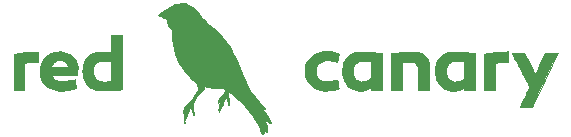
<source format=gbr>
%TF.GenerationSoftware,KiCad,Pcbnew,(6.0.7)*%
%TF.CreationDate,2022-09-05T18:40:36-05:00*%
%TF.ProjectId,Red Canary,52656420-4361-46e6-9172-792e6b696361,rev?*%
%TF.SameCoordinates,Original*%
%TF.FileFunction,Legend,Top*%
%TF.FilePolarity,Positive*%
%FSLAX46Y46*%
G04 Gerber Fmt 4.6, Leading zero omitted, Abs format (unit mm)*
G04 Created by KiCad (PCBNEW (6.0.7)) date 2022-09-05 18:40:36*
%MOMM*%
%LPD*%
G01*
G04 APERTURE LIST*
%ADD10C,0.010000*%
G04 APERTURE END LIST*
%TO.C,G\u002A\u002A\u002A*%
G36*
X172270217Y-102048016D02*
G01*
X172734442Y-102957675D01*
X172827198Y-103138958D01*
X172914269Y-103308212D01*
X172993747Y-103461796D01*
X173063727Y-103596069D01*
X173122302Y-103707392D01*
X173167567Y-103792124D01*
X173197615Y-103846624D01*
X173210540Y-103867252D01*
X173210744Y-103867334D01*
X173221894Y-103848777D01*
X173249148Y-103795601D01*
X173290699Y-103711544D01*
X173344741Y-103600342D01*
X173409466Y-103465736D01*
X173483070Y-103311462D01*
X173563744Y-103141260D01*
X173647996Y-102962459D01*
X174073172Y-102057584D01*
X174595153Y-102051922D01*
X174738761Y-102050630D01*
X174867256Y-102049983D01*
X174974934Y-102049968D01*
X175056089Y-102050572D01*
X175105014Y-102051781D01*
X175117134Y-102053117D01*
X175108247Y-102072740D01*
X175082328Y-102128265D01*
X175040485Y-102217346D01*
X174983826Y-102337637D01*
X174913461Y-102486791D01*
X174830499Y-102662463D01*
X174736048Y-102862304D01*
X174631217Y-103083970D01*
X174517115Y-103325114D01*
X174394851Y-103583389D01*
X174265534Y-103856448D01*
X174130273Y-104141947D01*
X174029129Y-104355362D01*
X172941124Y-106650750D01*
X172431045Y-106656418D01*
X172289165Y-106657307D01*
X172162462Y-106656785D01*
X172056707Y-106654982D01*
X171977672Y-106652031D01*
X171931126Y-106648064D01*
X171920967Y-106644733D01*
X171929738Y-106622538D01*
X171954822Y-106566083D01*
X171994376Y-106479350D01*
X172046556Y-106366320D01*
X172109518Y-106230977D01*
X172181420Y-106077301D01*
X172260417Y-105909274D01*
X172315570Y-105792398D01*
X172398266Y-105616927D01*
X172475065Y-105453029D01*
X172544121Y-105304711D01*
X172603592Y-105175976D01*
X172651632Y-105070829D01*
X172686398Y-104993274D01*
X172706046Y-104947316D01*
X172709836Y-104936250D01*
X172700194Y-104914520D01*
X172672397Y-104858272D01*
X172627975Y-104770469D01*
X172568455Y-104654073D01*
X172495365Y-104512046D01*
X172410234Y-104347351D01*
X172314589Y-104162950D01*
X172209958Y-103961804D01*
X172097871Y-103746876D01*
X171979854Y-103521129D01*
X171977030Y-103515734D01*
X171858576Y-103289310D01*
X171745709Y-103073332D01*
X171639992Y-102870800D01*
X171542984Y-102684718D01*
X171456248Y-102518086D01*
X171381344Y-102373907D01*
X171319834Y-102255183D01*
X171273278Y-102164915D01*
X171243238Y-102106105D01*
X171231275Y-102081756D01*
X171231250Y-102081693D01*
X171230231Y-102070940D01*
X171239573Y-102062664D01*
X171263955Y-102056552D01*
X171308056Y-102052293D01*
X171376554Y-102049574D01*
X171474128Y-102048084D01*
X171605456Y-102047510D01*
X171744077Y-102047508D01*
X172270217Y-102048016D01*
G37*
D10*
X172270217Y-102048016D02*
X172734442Y-102957675D01*
X172827198Y-103138958D01*
X172914269Y-103308212D01*
X172993747Y-103461796D01*
X173063727Y-103596069D01*
X173122302Y-103707392D01*
X173167567Y-103792124D01*
X173197615Y-103846624D01*
X173210540Y-103867252D01*
X173210744Y-103867334D01*
X173221894Y-103848777D01*
X173249148Y-103795601D01*
X173290699Y-103711544D01*
X173344741Y-103600342D01*
X173409466Y-103465736D01*
X173483070Y-103311462D01*
X173563744Y-103141260D01*
X173647996Y-102962459D01*
X174073172Y-102057584D01*
X174595153Y-102051922D01*
X174738761Y-102050630D01*
X174867256Y-102049983D01*
X174974934Y-102049968D01*
X175056089Y-102050572D01*
X175105014Y-102051781D01*
X175117134Y-102053117D01*
X175108247Y-102072740D01*
X175082328Y-102128265D01*
X175040485Y-102217346D01*
X174983826Y-102337637D01*
X174913461Y-102486791D01*
X174830499Y-102662463D01*
X174736048Y-102862304D01*
X174631217Y-103083970D01*
X174517115Y-103325114D01*
X174394851Y-103583389D01*
X174265534Y-103856448D01*
X174130273Y-104141947D01*
X174029129Y-104355362D01*
X172941124Y-106650750D01*
X172431045Y-106656418D01*
X172289165Y-106657307D01*
X172162462Y-106656785D01*
X172056707Y-106654982D01*
X171977672Y-106652031D01*
X171931126Y-106648064D01*
X171920967Y-106644733D01*
X171929738Y-106622538D01*
X171954822Y-106566083D01*
X171994376Y-106479350D01*
X172046556Y-106366320D01*
X172109518Y-106230977D01*
X172181420Y-106077301D01*
X172260417Y-105909274D01*
X172315570Y-105792398D01*
X172398266Y-105616927D01*
X172475065Y-105453029D01*
X172544121Y-105304711D01*
X172603592Y-105175976D01*
X172651632Y-105070829D01*
X172686398Y-104993274D01*
X172706046Y-104947316D01*
X172709836Y-104936250D01*
X172700194Y-104914520D01*
X172672397Y-104858272D01*
X172627975Y-104770469D01*
X172568455Y-104654073D01*
X172495365Y-104512046D01*
X172410234Y-104347351D01*
X172314589Y-104162950D01*
X172209958Y-103961804D01*
X172097871Y-103746876D01*
X171979854Y-103521129D01*
X171977030Y-103515734D01*
X171858576Y-103289310D01*
X171745709Y-103073332D01*
X171639992Y-102870800D01*
X171542984Y-102684718D01*
X171456248Y-102518086D01*
X171381344Y-102373907D01*
X171319834Y-102255183D01*
X171273278Y-102164915D01*
X171243238Y-102106105D01*
X171231275Y-102081756D01*
X171231250Y-102081693D01*
X171230231Y-102070940D01*
X171239573Y-102062664D01*
X171263955Y-102056552D01*
X171308056Y-102052293D01*
X171376554Y-102049574D01*
X171474128Y-102048084D01*
X171605456Y-102047510D01*
X171744077Y-102047508D01*
X172270217Y-102048016D01*
G36*
X162981426Y-101956699D02*
G01*
X163069344Y-101963099D01*
X163313497Y-102005953D01*
X163530783Y-102080757D01*
X163720498Y-102187009D01*
X163881937Y-102324208D01*
X164014394Y-102491852D01*
X164117166Y-102689439D01*
X164127924Y-102716306D01*
X164184447Y-102861917D01*
X164190797Y-104020792D01*
X164197148Y-105179667D01*
X163287314Y-105179667D01*
X163280849Y-104211292D01*
X163279258Y-103983104D01*
X163277679Y-103793266D01*
X163275922Y-103637794D01*
X163273797Y-103512705D01*
X163271115Y-103414016D01*
X163267684Y-103337744D01*
X163263315Y-103279904D01*
X163257819Y-103236515D01*
X163251004Y-103203592D01*
X163242681Y-103177152D01*
X163232659Y-103153213D01*
X163230106Y-103147667D01*
X163149984Y-103013378D01*
X163047227Y-102911201D01*
X162959418Y-102855585D01*
X162914716Y-102833139D01*
X162874238Y-102817514D01*
X162829100Y-102807500D01*
X162770421Y-102801890D01*
X162689318Y-102799475D01*
X162576909Y-102799048D01*
X162544134Y-102799108D01*
X162419651Y-102800582D01*
X162296529Y-102804126D01*
X162187611Y-102809239D01*
X162105744Y-102815418D01*
X162094342Y-102816668D01*
X161951467Y-102833536D01*
X161951467Y-105179667D01*
X161020134Y-105179667D01*
X161020134Y-102095256D01*
X161141842Y-102081414D01*
X161492803Y-102043352D01*
X161818457Y-102011787D01*
X162116354Y-101986872D01*
X162384047Y-101968755D01*
X162619089Y-101957587D01*
X162819031Y-101953518D01*
X162981426Y-101956699D01*
G37*
X162981426Y-101956699D02*
X163069344Y-101963099D01*
X163313497Y-102005953D01*
X163530783Y-102080757D01*
X163720498Y-102187009D01*
X163881937Y-102324208D01*
X164014394Y-102491852D01*
X164117166Y-102689439D01*
X164127924Y-102716306D01*
X164184447Y-102861917D01*
X164190797Y-104020792D01*
X164197148Y-105179667D01*
X163287314Y-105179667D01*
X163280849Y-104211292D01*
X163279258Y-103983104D01*
X163277679Y-103793266D01*
X163275922Y-103637794D01*
X163273797Y-103512705D01*
X163271115Y-103414016D01*
X163267684Y-103337744D01*
X163263315Y-103279904D01*
X163257819Y-103236515D01*
X163251004Y-103203592D01*
X163242681Y-103177152D01*
X163232659Y-103153213D01*
X163230106Y-103147667D01*
X163149984Y-103013378D01*
X163047227Y-102911201D01*
X162959418Y-102855585D01*
X162914716Y-102833139D01*
X162874238Y-102817514D01*
X162829100Y-102807500D01*
X162770421Y-102801890D01*
X162689318Y-102799475D01*
X162576909Y-102799048D01*
X162544134Y-102799108D01*
X162419651Y-102800582D01*
X162296529Y-102804126D01*
X162187611Y-102809239D01*
X162105744Y-102815418D01*
X162094342Y-102816668D01*
X161951467Y-102833536D01*
X161951467Y-105179667D01*
X161020134Y-105179667D01*
X161020134Y-102095256D01*
X161141842Y-102081414D01*
X161492803Y-102043352D01*
X161818457Y-102011787D01*
X162116354Y-101986872D01*
X162384047Y-101968755D01*
X162619089Y-101957587D01*
X162819031Y-101953518D01*
X162981426Y-101956699D01*
G36*
X155873483Y-101942305D02*
G01*
X156204023Y-101994705D01*
X156385920Y-102036239D01*
X156458623Y-102054141D01*
X156511007Y-102069957D01*
X156545244Y-102090167D01*
X156563507Y-102121249D01*
X156567967Y-102169683D01*
X156560797Y-102241947D01*
X156544169Y-102344521D01*
X156525532Y-102452666D01*
X156505381Y-102568277D01*
X156486994Y-102668605D01*
X156471753Y-102746502D01*
X156461041Y-102794818D01*
X156456961Y-102807228D01*
X156433534Y-102807346D01*
X156377071Y-102800341D01*
X156296040Y-102787438D01*
X156198907Y-102769865D01*
X156198884Y-102769861D01*
X155984934Y-102732010D01*
X155805286Y-102706914D01*
X155654040Y-102694060D01*
X155525296Y-102692934D01*
X155420164Y-102702020D01*
X155217656Y-102745179D01*
X155045785Y-102815053D01*
X154900815Y-102913648D01*
X154779009Y-103042967D01*
X154774948Y-103048301D01*
X154706810Y-103150622D01*
X154660267Y-103253411D01*
X154632100Y-103367985D01*
X154619089Y-103505663D01*
X154617217Y-103602750D01*
X154618097Y-103708667D01*
X154622211Y-103784768D01*
X154631766Y-103843556D01*
X154648971Y-103897538D01*
X154676034Y-103959216D01*
X154682629Y-103973167D01*
X154754713Y-104105472D01*
X154833478Y-104207229D01*
X154928742Y-104290106D01*
X154976313Y-104322268D01*
X155087238Y-104384144D01*
X155202504Y-104429810D01*
X155327386Y-104459570D01*
X155467162Y-104473731D01*
X155627108Y-104472597D01*
X155812501Y-104456473D01*
X156028617Y-104425664D01*
X156211046Y-104393661D01*
X156306463Y-104376967D01*
X156385762Y-104365073D01*
X156440253Y-104359149D01*
X156461017Y-104359994D01*
X156469809Y-104385853D01*
X156482619Y-104444911D01*
X156498084Y-104528378D01*
X156514841Y-104627463D01*
X156531526Y-104733375D01*
X156546778Y-104837324D01*
X156559232Y-104930519D01*
X156567526Y-105004169D01*
X156570297Y-105049485D01*
X156569316Y-105058464D01*
X156541438Y-105080881D01*
X156476245Y-105107353D01*
X156378417Y-105136594D01*
X156252635Y-105167321D01*
X156103580Y-105198248D01*
X155975072Y-105221532D01*
X155759769Y-105249327D01*
X155536616Y-105262038D01*
X155318670Y-105259639D01*
X155118988Y-105242106D01*
X155008800Y-105223354D01*
X154744460Y-105147987D01*
X154505614Y-105039625D01*
X154293720Y-104899617D01*
X154110236Y-104729311D01*
X153956620Y-104530054D01*
X153834331Y-104303195D01*
X153746622Y-104056609D01*
X153727128Y-103956056D01*
X153713871Y-103825419D01*
X153706881Y-103676490D01*
X153706192Y-103521062D01*
X153711835Y-103370927D01*
X153723841Y-103237877D01*
X153742243Y-103133705D01*
X153744119Y-103126500D01*
X153831157Y-102881409D01*
X153953079Y-102658497D01*
X154107366Y-102460553D01*
X154291495Y-102290364D01*
X154502946Y-102150716D01*
X154714988Y-102053277D01*
X154972451Y-101977526D01*
X155253891Y-101933755D01*
X155555504Y-101922002D01*
X155873483Y-101942305D01*
G37*
X155873483Y-101942305D02*
X156204023Y-101994705D01*
X156385920Y-102036239D01*
X156458623Y-102054141D01*
X156511007Y-102069957D01*
X156545244Y-102090167D01*
X156563507Y-102121249D01*
X156567967Y-102169683D01*
X156560797Y-102241947D01*
X156544169Y-102344521D01*
X156525532Y-102452666D01*
X156505381Y-102568277D01*
X156486994Y-102668605D01*
X156471753Y-102746502D01*
X156461041Y-102794818D01*
X156456961Y-102807228D01*
X156433534Y-102807346D01*
X156377071Y-102800341D01*
X156296040Y-102787438D01*
X156198907Y-102769865D01*
X156198884Y-102769861D01*
X155984934Y-102732010D01*
X155805286Y-102706914D01*
X155654040Y-102694060D01*
X155525296Y-102692934D01*
X155420164Y-102702020D01*
X155217656Y-102745179D01*
X155045785Y-102815053D01*
X154900815Y-102913648D01*
X154779009Y-103042967D01*
X154774948Y-103048301D01*
X154706810Y-103150622D01*
X154660267Y-103253411D01*
X154632100Y-103367985D01*
X154619089Y-103505663D01*
X154617217Y-103602750D01*
X154618097Y-103708667D01*
X154622211Y-103784768D01*
X154631766Y-103843556D01*
X154648971Y-103897538D01*
X154676034Y-103959216D01*
X154682629Y-103973167D01*
X154754713Y-104105472D01*
X154833478Y-104207229D01*
X154928742Y-104290106D01*
X154976313Y-104322268D01*
X155087238Y-104384144D01*
X155202504Y-104429810D01*
X155327386Y-104459570D01*
X155467162Y-104473731D01*
X155627108Y-104472597D01*
X155812501Y-104456473D01*
X156028617Y-104425664D01*
X156211046Y-104393661D01*
X156306463Y-104376967D01*
X156385762Y-104365073D01*
X156440253Y-104359149D01*
X156461017Y-104359994D01*
X156469809Y-104385853D01*
X156482619Y-104444911D01*
X156498084Y-104528378D01*
X156514841Y-104627463D01*
X156531526Y-104733375D01*
X156546778Y-104837324D01*
X156559232Y-104930519D01*
X156567526Y-105004169D01*
X156570297Y-105049485D01*
X156569316Y-105058464D01*
X156541438Y-105080881D01*
X156476245Y-105107353D01*
X156378417Y-105136594D01*
X156252635Y-105167321D01*
X156103580Y-105198248D01*
X155975072Y-105221532D01*
X155759769Y-105249327D01*
X155536616Y-105262038D01*
X155318670Y-105259639D01*
X155118988Y-105242106D01*
X155008800Y-105223354D01*
X154744460Y-105147987D01*
X154505614Y-105039625D01*
X154293720Y-104899617D01*
X154110236Y-104729311D01*
X153956620Y-104530054D01*
X153834331Y-104303195D01*
X153746622Y-104056609D01*
X153727128Y-103956056D01*
X153713871Y-103825419D01*
X153706881Y-103676490D01*
X153706192Y-103521062D01*
X153711835Y-103370927D01*
X153723841Y-103237877D01*
X153742243Y-103133705D01*
X153744119Y-103126500D01*
X153831157Y-102881409D01*
X153953079Y-102658497D01*
X154107366Y-102460553D01*
X154291495Y-102290364D01*
X154502946Y-102150716D01*
X154714988Y-102053277D01*
X154972451Y-101977526D01*
X155253891Y-101933755D01*
X155555504Y-101922002D01*
X155873483Y-101942305D01*
G36*
X170904967Y-102844581D02*
G01*
X170434009Y-102858645D01*
X170291930Y-102863371D01*
X170159643Y-102868674D01*
X170044577Y-102874184D01*
X169954163Y-102879532D01*
X169895831Y-102884351D01*
X169883675Y-102885958D01*
X169804300Y-102899206D01*
X169804300Y-105179667D01*
X168894134Y-105179667D01*
X168894134Y-103667677D01*
X168894180Y-103377795D01*
X168894368Y-103127351D01*
X168894768Y-102913447D01*
X168895449Y-102733187D01*
X168896482Y-102583674D01*
X168897938Y-102462012D01*
X168899887Y-102365305D01*
X168902400Y-102290656D01*
X168905546Y-102235168D01*
X168909397Y-102195946D01*
X168914022Y-102170092D01*
X168919493Y-102154711D01*
X168925880Y-102146905D01*
X168931175Y-102144322D01*
X168994893Y-102129499D01*
X169094755Y-102112238D01*
X169224682Y-102093205D01*
X169378599Y-102073064D01*
X169550428Y-102052480D01*
X169734094Y-102032116D01*
X169923519Y-102012638D01*
X170112627Y-101994711D01*
X170295341Y-101978998D01*
X170465585Y-101966165D01*
X170617281Y-101956875D01*
X170666842Y-101954498D01*
X170904967Y-101944110D01*
X170904967Y-102844581D01*
G37*
X170904967Y-102844581D02*
X170434009Y-102858645D01*
X170291930Y-102863371D01*
X170159643Y-102868674D01*
X170044577Y-102874184D01*
X169954163Y-102879532D01*
X169895831Y-102884351D01*
X169883675Y-102885958D01*
X169804300Y-102899206D01*
X169804300Y-105179667D01*
X168894134Y-105179667D01*
X168894134Y-103667677D01*
X168894180Y-103377795D01*
X168894368Y-103127351D01*
X168894768Y-102913447D01*
X168895449Y-102733187D01*
X168896482Y-102583674D01*
X168897938Y-102462012D01*
X168899887Y-102365305D01*
X168902400Y-102290656D01*
X168905546Y-102235168D01*
X168909397Y-102195946D01*
X168914022Y-102170092D01*
X168919493Y-102154711D01*
X168925880Y-102146905D01*
X168931175Y-102144322D01*
X168994893Y-102129499D01*
X169094755Y-102112238D01*
X169224682Y-102093205D01*
X169378599Y-102073064D01*
X169550428Y-102052480D01*
X169734094Y-102032116D01*
X169923519Y-102012638D01*
X170112627Y-101994711D01*
X170295341Y-101978998D01*
X170465585Y-101966165D01*
X170617281Y-101956875D01*
X170666842Y-101954498D01*
X170904967Y-101944110D01*
X170904967Y-102844581D01*
G36*
X156908380Y-103236631D02*
G01*
X156963461Y-102996716D01*
X157042054Y-102776093D01*
X157109150Y-102640109D01*
X157189593Y-102522832D01*
X157297615Y-102400879D01*
X157421496Y-102285308D01*
X157549514Y-102187176D01*
X157656210Y-102124060D01*
X157774676Y-102069322D01*
X157884142Y-102027526D01*
X157993312Y-101997095D01*
X158110893Y-101976448D01*
X158245588Y-101964006D01*
X158406103Y-101958190D01*
X158575384Y-101957297D01*
X158725877Y-101958542D01*
X158861433Y-101961453D01*
X158990015Y-101966619D01*
X159119586Y-101974631D01*
X159258109Y-101986076D01*
X159413546Y-102001545D01*
X159593860Y-102021628D01*
X159807016Y-102046914D01*
X159840092Y-102050922D01*
X160215800Y-102096541D01*
X160215800Y-105179667D01*
X159305634Y-105179667D01*
X159305634Y-104963843D01*
X159236842Y-105009906D01*
X159122949Y-105075907D01*
X158985720Y-105140034D01*
X158843721Y-105194381D01*
X158719372Y-105230192D01*
X158583192Y-105251180D01*
X158423643Y-105260921D01*
X158258181Y-105259371D01*
X158104262Y-105246486D01*
X158018468Y-105231967D01*
X157791301Y-105161979D01*
X157584752Y-105056514D01*
X157400713Y-104918065D01*
X157241078Y-104749123D01*
X157107743Y-104552180D01*
X157002599Y-104329727D01*
X156927542Y-104084256D01*
X156884465Y-103818258D01*
X156877862Y-103731338D01*
X156878501Y-103602750D01*
X157793475Y-103602750D01*
X157794292Y-103726909D01*
X157797498Y-103818582D01*
X157804229Y-103887599D01*
X157815618Y-103943788D01*
X157832799Y-103996978D01*
X157841609Y-104019768D01*
X157898732Y-104128299D01*
X157979970Y-104238510D01*
X158073069Y-104335582D01*
X158154257Y-104397864D01*
X158294607Y-104460558D01*
X158456039Y-104490516D01*
X158632483Y-104487482D01*
X158817866Y-104451196D01*
X158888255Y-104429032D01*
X158987806Y-104387749D01*
X159094802Y-104333220D01*
X159172251Y-104286203D01*
X159305634Y-104195753D01*
X159305634Y-102749676D01*
X159065569Y-102734677D01*
X158937184Y-102728957D01*
X158789323Y-102725903D01*
X158644782Y-102725857D01*
X158572974Y-102727297D01*
X158462309Y-102731416D01*
X158382234Y-102737475D01*
X158321007Y-102747788D01*
X158266888Y-102764665D01*
X158208135Y-102790418D01*
X158177969Y-102805069D01*
X158050888Y-102884349D01*
X157950633Y-102986614D01*
X157870700Y-103119235D01*
X157841220Y-103186771D01*
X157821526Y-103241251D01*
X157808040Y-103295084D01*
X157799637Y-103358072D01*
X157795192Y-103440019D01*
X157793579Y-103550726D01*
X157793475Y-103602750D01*
X156878501Y-103602750D01*
X156879087Y-103485088D01*
X156908380Y-103236631D01*
G37*
X156908380Y-103236631D02*
X156963461Y-102996716D01*
X157042054Y-102776093D01*
X157109150Y-102640109D01*
X157189593Y-102522832D01*
X157297615Y-102400879D01*
X157421496Y-102285308D01*
X157549514Y-102187176D01*
X157656210Y-102124060D01*
X157774676Y-102069322D01*
X157884142Y-102027526D01*
X157993312Y-101997095D01*
X158110893Y-101976448D01*
X158245588Y-101964006D01*
X158406103Y-101958190D01*
X158575384Y-101957297D01*
X158725877Y-101958542D01*
X158861433Y-101961453D01*
X158990015Y-101966619D01*
X159119586Y-101974631D01*
X159258109Y-101986076D01*
X159413546Y-102001545D01*
X159593860Y-102021628D01*
X159807016Y-102046914D01*
X159840092Y-102050922D01*
X160215800Y-102096541D01*
X160215800Y-105179667D01*
X159305634Y-105179667D01*
X159305634Y-104963843D01*
X159236842Y-105009906D01*
X159122949Y-105075907D01*
X158985720Y-105140034D01*
X158843721Y-105194381D01*
X158719372Y-105230192D01*
X158583192Y-105251180D01*
X158423643Y-105260921D01*
X158258181Y-105259371D01*
X158104262Y-105246486D01*
X158018468Y-105231967D01*
X157791301Y-105161979D01*
X157584752Y-105056514D01*
X157400713Y-104918065D01*
X157241078Y-104749123D01*
X157107743Y-104552180D01*
X157002599Y-104329727D01*
X156927542Y-104084256D01*
X156884465Y-103818258D01*
X156877862Y-103731338D01*
X156878501Y-103602750D01*
X157793475Y-103602750D01*
X157794292Y-103726909D01*
X157797498Y-103818582D01*
X157804229Y-103887599D01*
X157815618Y-103943788D01*
X157832799Y-103996978D01*
X157841609Y-104019768D01*
X157898732Y-104128299D01*
X157979970Y-104238510D01*
X158073069Y-104335582D01*
X158154257Y-104397864D01*
X158294607Y-104460558D01*
X158456039Y-104490516D01*
X158632483Y-104487482D01*
X158817866Y-104451196D01*
X158888255Y-104429032D01*
X158987806Y-104387749D01*
X159094802Y-104333220D01*
X159172251Y-104286203D01*
X159305634Y-104195753D01*
X159305634Y-102749676D01*
X159065569Y-102734677D01*
X158937184Y-102728957D01*
X158789323Y-102725903D01*
X158644782Y-102725857D01*
X158572974Y-102727297D01*
X158462309Y-102731416D01*
X158382234Y-102737475D01*
X158321007Y-102747788D01*
X158266888Y-102764665D01*
X158208135Y-102790418D01*
X158177969Y-102805069D01*
X158050888Y-102884349D01*
X157950633Y-102986614D01*
X157870700Y-103119235D01*
X157841220Y-103186771D01*
X157821526Y-103241251D01*
X157808040Y-103295084D01*
X157799637Y-103358072D01*
X157795192Y-103440019D01*
X157793579Y-103550726D01*
X157793475Y-103602750D01*
X156878501Y-103602750D01*
X156879087Y-103485088D01*
X156908380Y-103236631D01*
G36*
X131369072Y-102998428D02*
G01*
X131422984Y-102867404D01*
X131477119Y-102757281D01*
X131558980Y-102626106D01*
X131668330Y-102489433D01*
X131794011Y-102359037D01*
X131924863Y-102246692D01*
X132027248Y-102176852D01*
X132249764Y-102069439D01*
X132493440Y-101994473D01*
X132750841Y-101953189D01*
X133014531Y-101946818D01*
X133256914Y-101972962D01*
X133510599Y-102035636D01*
X133738821Y-102129680D01*
X133939733Y-102253185D01*
X134111488Y-102404239D01*
X134252239Y-102580933D01*
X134360141Y-102781357D01*
X134433346Y-103003599D01*
X134468522Y-103226396D01*
X134471379Y-103314262D01*
X134468917Y-103428594D01*
X134462061Y-103556271D01*
X134451737Y-103684171D01*
X134438870Y-103799174D01*
X134424384Y-103888157D01*
X134420722Y-103904375D01*
X134409044Y-103952000D01*
X133331839Y-103952000D01*
X133122772Y-103952324D01*
X132927084Y-103953254D01*
X132748749Y-103954728D01*
X132591738Y-103956682D01*
X132460023Y-103959055D01*
X132357578Y-103961782D01*
X132288374Y-103964801D01*
X132256383Y-103968051D01*
X132254634Y-103969023D01*
X132267677Y-104004788D01*
X132301517Y-104060670D01*
X132348223Y-104125693D01*
X132399860Y-104188882D01*
X132448498Y-104239261D01*
X132452594Y-104242912D01*
X132555497Y-104321108D01*
X132667805Y-104381540D01*
X132793511Y-104424534D01*
X132936607Y-104450418D01*
X133101083Y-104459516D01*
X133290931Y-104452155D01*
X133510144Y-104428661D01*
X133762713Y-104389361D01*
X133911880Y-104362156D01*
X134017937Y-104343056D01*
X134108701Y-104328691D01*
X134176318Y-104320150D01*
X134212939Y-104318527D01*
X134216919Y-104319730D01*
X134224980Y-104344064D01*
X134237926Y-104401194D01*
X134254281Y-104482685D01*
X134272565Y-104580101D01*
X134291301Y-104685006D01*
X134309009Y-104788965D01*
X134324212Y-104883543D01*
X134335431Y-104960305D01*
X134341188Y-105010814D01*
X134340822Y-105026700D01*
X134313765Y-105038990D01*
X134253476Y-105058822D01*
X134167921Y-105084000D01*
X134065066Y-105112328D01*
X133952877Y-105141610D01*
X133839320Y-105169648D01*
X133736300Y-105193381D01*
X133578342Y-105221345D01*
X133398542Y-105241901D01*
X133208436Y-105254641D01*
X133019562Y-105259155D01*
X132843456Y-105255035D01*
X132691656Y-105241871D01*
X132632441Y-105232530D01*
X132366900Y-105164283D01*
X132125980Y-105065330D01*
X131911891Y-104937216D01*
X131726840Y-104781491D01*
X131573039Y-104599700D01*
X131462067Y-104412858D01*
X131401603Y-104283744D01*
X131357054Y-104170878D01*
X131326113Y-104063295D01*
X131306477Y-103950037D01*
X131295837Y-103820140D01*
X131291890Y-103662644D01*
X131291663Y-103602750D01*
X131295225Y-103417087D01*
X131307665Y-103261995D01*
X131314397Y-103223567D01*
X132215092Y-103223567D01*
X132216487Y-103249741D01*
X132234391Y-103268791D01*
X132272388Y-103281831D01*
X132334063Y-103289974D01*
X132423000Y-103294334D01*
X132542785Y-103296024D01*
X132697001Y-103296158D01*
X132889233Y-103295850D01*
X132932926Y-103295834D01*
X133653552Y-103295834D01*
X133640137Y-103216459D01*
X133608815Y-103106513D01*
X133555698Y-102994186D01*
X133489787Y-102896430D01*
X133445376Y-102849630D01*
X133380651Y-102801362D01*
X133299300Y-102751859D01*
X133250433Y-102726807D01*
X133183021Y-102698752D01*
X133119267Y-102682097D01*
X133043832Y-102674116D01*
X132942550Y-102672083D01*
X132840789Y-102674124D01*
X132765796Y-102682098D01*
X132702123Y-102698782D01*
X132634323Y-102726951D01*
X132632502Y-102727798D01*
X132487059Y-102818496D01*
X132365595Y-102942163D01*
X132274112Y-103091164D01*
X132247489Y-103145392D01*
X132226621Y-103189155D01*
X132215092Y-103223567D01*
X131314397Y-103223567D01*
X131331457Y-103126200D01*
X131369072Y-102998428D01*
G37*
X131369072Y-102998428D02*
X131422984Y-102867404D01*
X131477119Y-102757281D01*
X131558980Y-102626106D01*
X131668330Y-102489433D01*
X131794011Y-102359037D01*
X131924863Y-102246692D01*
X132027248Y-102176852D01*
X132249764Y-102069439D01*
X132493440Y-101994473D01*
X132750841Y-101953189D01*
X133014531Y-101946818D01*
X133256914Y-101972962D01*
X133510599Y-102035636D01*
X133738821Y-102129680D01*
X133939733Y-102253185D01*
X134111488Y-102404239D01*
X134252239Y-102580933D01*
X134360141Y-102781357D01*
X134433346Y-103003599D01*
X134468522Y-103226396D01*
X134471379Y-103314262D01*
X134468917Y-103428594D01*
X134462061Y-103556271D01*
X134451737Y-103684171D01*
X134438870Y-103799174D01*
X134424384Y-103888157D01*
X134420722Y-103904375D01*
X134409044Y-103952000D01*
X133331839Y-103952000D01*
X133122772Y-103952324D01*
X132927084Y-103953254D01*
X132748749Y-103954728D01*
X132591738Y-103956682D01*
X132460023Y-103959055D01*
X132357578Y-103961782D01*
X132288374Y-103964801D01*
X132256383Y-103968051D01*
X132254634Y-103969023D01*
X132267677Y-104004788D01*
X132301517Y-104060670D01*
X132348223Y-104125693D01*
X132399860Y-104188882D01*
X132448498Y-104239261D01*
X132452594Y-104242912D01*
X132555497Y-104321108D01*
X132667805Y-104381540D01*
X132793511Y-104424534D01*
X132936607Y-104450418D01*
X133101083Y-104459516D01*
X133290931Y-104452155D01*
X133510144Y-104428661D01*
X133762713Y-104389361D01*
X133911880Y-104362156D01*
X134017937Y-104343056D01*
X134108701Y-104328691D01*
X134176318Y-104320150D01*
X134212939Y-104318527D01*
X134216919Y-104319730D01*
X134224980Y-104344064D01*
X134237926Y-104401194D01*
X134254281Y-104482685D01*
X134272565Y-104580101D01*
X134291301Y-104685006D01*
X134309009Y-104788965D01*
X134324212Y-104883543D01*
X134335431Y-104960305D01*
X134341188Y-105010814D01*
X134340822Y-105026700D01*
X134313765Y-105038990D01*
X134253476Y-105058822D01*
X134167921Y-105084000D01*
X134065066Y-105112328D01*
X133952877Y-105141610D01*
X133839320Y-105169648D01*
X133736300Y-105193381D01*
X133578342Y-105221345D01*
X133398542Y-105241901D01*
X133208436Y-105254641D01*
X133019562Y-105259155D01*
X132843456Y-105255035D01*
X132691656Y-105241871D01*
X132632441Y-105232530D01*
X132366900Y-105164283D01*
X132125980Y-105065330D01*
X131911891Y-104937216D01*
X131726840Y-104781491D01*
X131573039Y-104599700D01*
X131462067Y-104412858D01*
X131401603Y-104283744D01*
X131357054Y-104170878D01*
X131326113Y-104063295D01*
X131306477Y-103950037D01*
X131295837Y-103820140D01*
X131291890Y-103662644D01*
X131291663Y-103602750D01*
X131295225Y-103417087D01*
X131307665Y-103261995D01*
X131314397Y-103223567D01*
X132215092Y-103223567D01*
X132216487Y-103249741D01*
X132234391Y-103268791D01*
X132272388Y-103281831D01*
X132334063Y-103289974D01*
X132423000Y-103294334D01*
X132542785Y-103296024D01*
X132697001Y-103296158D01*
X132889233Y-103295850D01*
X132932926Y-103295834D01*
X133653552Y-103295834D01*
X133640137Y-103216459D01*
X133608815Y-103106513D01*
X133555698Y-102994186D01*
X133489787Y-102896430D01*
X133445376Y-102849630D01*
X133380651Y-102801362D01*
X133299300Y-102751859D01*
X133250433Y-102726807D01*
X133183021Y-102698752D01*
X133119267Y-102682097D01*
X133043832Y-102674116D01*
X132942550Y-102672083D01*
X132840789Y-102674124D01*
X132765796Y-102682098D01*
X132702123Y-102698782D01*
X132634323Y-102726951D01*
X132632502Y-102727798D01*
X132487059Y-102818496D01*
X132365595Y-102942163D01*
X132274112Y-103091164D01*
X132247489Y-103145392D01*
X132226621Y-103189155D01*
X132215092Y-103223567D01*
X131314397Y-103223567D01*
X131331457Y-103126200D01*
X131369072Y-102998428D01*
G36*
X134886810Y-103465167D02*
G01*
X134919520Y-103184405D01*
X134982595Y-102930386D01*
X135075535Y-102704198D01*
X135197841Y-102506931D01*
X135349015Y-102339674D01*
X135435949Y-102267124D01*
X135611957Y-102152391D01*
X135803362Y-102064628D01*
X136014326Y-102002899D01*
X136249008Y-101966271D01*
X136511569Y-101953808D01*
X136787738Y-101963306D01*
X136907219Y-101972106D01*
X137020020Y-101981854D01*
X137115343Y-101991518D01*
X137182389Y-102000067D01*
X137195197Y-102002227D01*
X137292300Y-102020368D01*
X137292300Y-100544167D01*
X138223634Y-100544167D01*
X138223634Y-105130986D01*
X137879675Y-105166489D01*
X137592561Y-105193606D01*
X137314235Y-105215015D01*
X137049191Y-105230608D01*
X136801923Y-105240277D01*
X136576923Y-105243914D01*
X136378685Y-105241410D01*
X136211703Y-105232659D01*
X136080469Y-105217550D01*
X136043467Y-105210667D01*
X135832943Y-105148911D01*
X135632753Y-105057202D01*
X135452619Y-104940917D01*
X135302261Y-104805430D01*
X135293731Y-104796065D01*
X135150550Y-104605868D01*
X135036531Y-104388138D01*
X134953009Y-104147242D01*
X134901321Y-103887551D01*
X134883815Y-103628434D01*
X135776527Y-103628434D01*
X135798927Y-103833408D01*
X135853385Y-104023400D01*
X135921372Y-104162821D01*
X136020776Y-104287826D01*
X136150828Y-104386645D01*
X136306223Y-104455434D01*
X136338513Y-104464883D01*
X136453661Y-104484649D01*
X136608506Y-104492653D01*
X136802081Y-104488898D01*
X137033417Y-104473385D01*
X137144134Y-104463113D01*
X137281717Y-104449417D01*
X137287261Y-103625322D01*
X137288414Y-103400912D01*
X137288533Y-103216102D01*
X137287557Y-103068170D01*
X137285423Y-102954395D01*
X137282069Y-102872053D01*
X137277432Y-102818423D01*
X137271449Y-102790783D01*
X137268033Y-102785917D01*
X137225879Y-102772093D01*
X137150273Y-102758884D01*
X137050094Y-102747033D01*
X136934223Y-102737280D01*
X136811540Y-102730368D01*
X136690926Y-102727036D01*
X136581262Y-102728026D01*
X136576485Y-102728193D01*
X136462117Y-102733587D01*
X136378073Y-102741513D01*
X136312347Y-102754125D01*
X136252932Y-102773578D01*
X136202217Y-102795357D01*
X136060655Y-102879004D01*
X135949467Y-102987603D01*
X135866785Y-103123954D01*
X135810743Y-103290858D01*
X135787720Y-103417031D01*
X135776527Y-103628434D01*
X134883815Y-103628434D01*
X134882801Y-103613434D01*
X134886810Y-103465167D01*
G37*
X134886810Y-103465167D02*
X134919520Y-103184405D01*
X134982595Y-102930386D01*
X135075535Y-102704198D01*
X135197841Y-102506931D01*
X135349015Y-102339674D01*
X135435949Y-102267124D01*
X135611957Y-102152391D01*
X135803362Y-102064628D01*
X136014326Y-102002899D01*
X136249008Y-101966271D01*
X136511569Y-101953808D01*
X136787738Y-101963306D01*
X136907219Y-101972106D01*
X137020020Y-101981854D01*
X137115343Y-101991518D01*
X137182389Y-102000067D01*
X137195197Y-102002227D01*
X137292300Y-102020368D01*
X137292300Y-100544167D01*
X138223634Y-100544167D01*
X138223634Y-105130986D01*
X137879675Y-105166489D01*
X137592561Y-105193606D01*
X137314235Y-105215015D01*
X137049191Y-105230608D01*
X136801923Y-105240277D01*
X136576923Y-105243914D01*
X136378685Y-105241410D01*
X136211703Y-105232659D01*
X136080469Y-105217550D01*
X136043467Y-105210667D01*
X135832943Y-105148911D01*
X135632753Y-105057202D01*
X135452619Y-104940917D01*
X135302261Y-104805430D01*
X135293731Y-104796065D01*
X135150550Y-104605868D01*
X135036531Y-104388138D01*
X134953009Y-104147242D01*
X134901321Y-103887551D01*
X134883815Y-103628434D01*
X135776527Y-103628434D01*
X135798927Y-103833408D01*
X135853385Y-104023400D01*
X135921372Y-104162821D01*
X136020776Y-104287826D01*
X136150828Y-104386645D01*
X136306223Y-104455434D01*
X136338513Y-104464883D01*
X136453661Y-104484649D01*
X136608506Y-104492653D01*
X136802081Y-104488898D01*
X137033417Y-104473385D01*
X137144134Y-104463113D01*
X137281717Y-104449417D01*
X137287261Y-103625322D01*
X137288414Y-103400912D01*
X137288533Y-103216102D01*
X137287557Y-103068170D01*
X137285423Y-102954395D01*
X137282069Y-102872053D01*
X137277432Y-102818423D01*
X137271449Y-102790783D01*
X137268033Y-102785917D01*
X137225879Y-102772093D01*
X137150273Y-102758884D01*
X137050094Y-102747033D01*
X136934223Y-102737280D01*
X136811540Y-102730368D01*
X136690926Y-102727036D01*
X136581262Y-102728026D01*
X136576485Y-102728193D01*
X136462117Y-102733587D01*
X136378073Y-102741513D01*
X136312347Y-102754125D01*
X136252932Y-102773578D01*
X136202217Y-102795357D01*
X136060655Y-102879004D01*
X135949467Y-102987603D01*
X135866785Y-103123954D01*
X135810743Y-103290858D01*
X135787720Y-103417031D01*
X135776527Y-103628434D01*
X134883815Y-103628434D01*
X134882801Y-103613434D01*
X134886810Y-103465167D01*
G36*
X131062951Y-101952677D02*
G01*
X131073830Y-101954550D01*
X131078808Y-101977859D01*
X131083191Y-102037088D01*
X131086743Y-102125827D01*
X131089226Y-102237664D01*
X131090403Y-102366188D01*
X131090467Y-102404702D01*
X131090467Y-102844572D01*
X130608925Y-102858569D01*
X130465355Y-102863220D01*
X130331621Y-102868447D01*
X130215041Y-102873893D01*
X130122929Y-102879201D01*
X130062603Y-102884015D01*
X130048009Y-102885886D01*
X129968634Y-102899206D01*
X129968634Y-105179667D01*
X129058467Y-105179667D01*
X129058467Y-102155835D01*
X129169592Y-102133611D01*
X129248270Y-102119606D01*
X129359432Y-102102160D01*
X129493495Y-102082588D01*
X129640879Y-102062205D01*
X129792000Y-102042323D01*
X129937277Y-102024257D01*
X130067128Y-102009321D01*
X130106217Y-102005173D01*
X130204989Y-101996027D01*
X130322102Y-101986848D01*
X130450503Y-101978005D01*
X130583138Y-101969868D01*
X130712954Y-101962805D01*
X130832897Y-101957186D01*
X130935913Y-101953378D01*
X131014949Y-101951753D01*
X131062951Y-101952677D01*
G37*
X131062951Y-101952677D02*
X131073830Y-101954550D01*
X131078808Y-101977859D01*
X131083191Y-102037088D01*
X131086743Y-102125827D01*
X131089226Y-102237664D01*
X131090403Y-102366188D01*
X131090467Y-102404702D01*
X131090467Y-102844572D01*
X130608925Y-102858569D01*
X130465355Y-102863220D01*
X130331621Y-102868447D01*
X130215041Y-102873893D01*
X130122929Y-102879201D01*
X130062603Y-102884015D01*
X130048009Y-102885886D01*
X129968634Y-102899206D01*
X129968634Y-105179667D01*
X129058467Y-105179667D01*
X129058467Y-102155835D01*
X129169592Y-102133611D01*
X129248270Y-102119606D01*
X129359432Y-102102160D01*
X129493495Y-102082588D01*
X129640879Y-102062205D01*
X129792000Y-102042323D01*
X129937277Y-102024257D01*
X130067128Y-102009321D01*
X130106217Y-102005173D01*
X130204989Y-101996027D01*
X130322102Y-101986848D01*
X130450503Y-101978005D01*
X130583138Y-101969868D01*
X130712954Y-101962805D01*
X130832897Y-101957186D01*
X130935913Y-101953378D01*
X131014949Y-101951753D01*
X131062951Y-101952677D01*
G36*
X164759145Y-103462969D02*
G01*
X164761146Y-103356466D01*
X164765511Y-103274190D01*
X164773153Y-103207088D01*
X164784988Y-103146109D01*
X164801928Y-103082201D01*
X164815881Y-103035556D01*
X164905960Y-102791776D01*
X165017342Y-102582898D01*
X165152456Y-102405927D01*
X165313730Y-102257873D01*
X165503593Y-102135742D01*
X165575841Y-102099235D01*
X165683696Y-102051761D01*
X165787206Y-102015552D01*
X165894527Y-101989296D01*
X166013816Y-101971680D01*
X166153229Y-101961393D01*
X166320922Y-101957122D01*
X166459967Y-101957012D01*
X166603973Y-101958463D01*
X166733013Y-101961348D01*
X166854847Y-101966249D01*
X166977234Y-101973752D01*
X167107934Y-101984440D01*
X167254706Y-101998897D01*
X167425311Y-102017706D01*
X167627507Y-102041453D01*
X167703509Y-102050596D01*
X168089800Y-102097261D01*
X168089800Y-105179667D01*
X167158467Y-105179667D01*
X167158467Y-104969432D01*
X167063279Y-105033674D01*
X166933026Y-105107416D01*
X166777598Y-105172917D01*
X166614132Y-105223258D01*
X166566350Y-105234314D01*
X166416912Y-105255459D01*
X166247003Y-105262543D01*
X166073976Y-105255890D01*
X165915180Y-105235828D01*
X165846134Y-105220765D01*
X165612860Y-105139551D01*
X165403729Y-105024012D01*
X165219984Y-104875431D01*
X165062868Y-104695087D01*
X164933626Y-104484264D01*
X164833502Y-104244241D01*
X164803670Y-104146802D01*
X164786623Y-104079729D01*
X164774375Y-104014044D01*
X164766188Y-103940838D01*
X164761324Y-103851205D01*
X164759044Y-103736233D01*
X164758701Y-103634546D01*
X165640661Y-103634546D01*
X165659707Y-103818948D01*
X165706364Y-103991751D01*
X165778180Y-104146501D01*
X165872703Y-104276740D01*
X165987482Y-104376013D01*
X166010680Y-104390433D01*
X166156199Y-104459006D01*
X166304808Y-104493207D01*
X166465727Y-104494285D01*
X166610908Y-104471848D01*
X166796167Y-104413908D01*
X166984610Y-104319354D01*
X167068509Y-104265636D01*
X167158467Y-104203966D01*
X167158467Y-102749574D01*
X166940506Y-102734718D01*
X166827794Y-102729385D01*
X166691685Y-102726468D01*
X166551061Y-102726221D01*
X166448381Y-102728104D01*
X166331310Y-102732419D01*
X166246154Y-102738331D01*
X166182497Y-102747605D01*
X166129920Y-102762004D01*
X166078007Y-102783294D01*
X166053272Y-102795016D01*
X165919928Y-102879982D01*
X165813414Y-102993464D01*
X165732449Y-103137537D01*
X165675751Y-103314278D01*
X165651677Y-103445003D01*
X165640661Y-103634546D01*
X164758701Y-103634546D01*
X164758593Y-103602750D01*
X164759145Y-103462969D01*
G37*
X164759145Y-103462969D02*
X164761146Y-103356466D01*
X164765511Y-103274190D01*
X164773153Y-103207088D01*
X164784988Y-103146109D01*
X164801928Y-103082201D01*
X164815881Y-103035556D01*
X164905960Y-102791776D01*
X165017342Y-102582898D01*
X165152456Y-102405927D01*
X165313730Y-102257873D01*
X165503593Y-102135742D01*
X165575841Y-102099235D01*
X165683696Y-102051761D01*
X165787206Y-102015552D01*
X165894527Y-101989296D01*
X166013816Y-101971680D01*
X166153229Y-101961393D01*
X166320922Y-101957122D01*
X166459967Y-101957012D01*
X166603973Y-101958463D01*
X166733013Y-101961348D01*
X166854847Y-101966249D01*
X166977234Y-101973752D01*
X167107934Y-101984440D01*
X167254706Y-101998897D01*
X167425311Y-102017706D01*
X167627507Y-102041453D01*
X167703509Y-102050596D01*
X168089800Y-102097261D01*
X168089800Y-105179667D01*
X167158467Y-105179667D01*
X167158467Y-104969432D01*
X167063279Y-105033674D01*
X166933026Y-105107416D01*
X166777598Y-105172917D01*
X166614132Y-105223258D01*
X166566350Y-105234314D01*
X166416912Y-105255459D01*
X166247003Y-105262543D01*
X166073976Y-105255890D01*
X165915180Y-105235828D01*
X165846134Y-105220765D01*
X165612860Y-105139551D01*
X165403729Y-105024012D01*
X165219984Y-104875431D01*
X165062868Y-104695087D01*
X164933626Y-104484264D01*
X164833502Y-104244241D01*
X164803670Y-104146802D01*
X164786623Y-104079729D01*
X164774375Y-104014044D01*
X164766188Y-103940838D01*
X164761324Y-103851205D01*
X164759044Y-103736233D01*
X164758701Y-103634546D01*
X165640661Y-103634546D01*
X165659707Y-103818948D01*
X165706364Y-103991751D01*
X165778180Y-104146501D01*
X165872703Y-104276740D01*
X165987482Y-104376013D01*
X166010680Y-104390433D01*
X166156199Y-104459006D01*
X166304808Y-104493207D01*
X166465727Y-104494285D01*
X166610908Y-104471848D01*
X166796167Y-104413908D01*
X166984610Y-104319354D01*
X167068509Y-104265636D01*
X167158467Y-104203966D01*
X167158467Y-102749574D01*
X166940506Y-102734718D01*
X166827794Y-102729385D01*
X166691685Y-102726468D01*
X166551061Y-102726221D01*
X166448381Y-102728104D01*
X166331310Y-102732419D01*
X166246154Y-102738331D01*
X166182497Y-102747605D01*
X166129920Y-102762004D01*
X166078007Y-102783294D01*
X166053272Y-102795016D01*
X165919928Y-102879982D01*
X165813414Y-102993464D01*
X165732449Y-103137537D01*
X165675751Y-103314278D01*
X165651677Y-103445003D01*
X165640661Y-103634546D01*
X164758701Y-103634546D01*
X164758593Y-103602750D01*
X164759145Y-103462969D01*
G36*
X143414237Y-97861316D02*
G01*
X143561041Y-97883907D01*
X143704327Y-97923485D01*
X143846709Y-97981993D01*
X143990802Y-98061371D01*
X144139221Y-98163564D01*
X144294578Y-98290511D01*
X144459489Y-98444158D01*
X144636568Y-98626444D01*
X144828429Y-98839313D01*
X145037687Y-99084707D01*
X145224988Y-99312666D01*
X145318764Y-99425545D01*
X145397454Y-99512650D01*
X145470216Y-99582911D01*
X145546209Y-99645259D01*
X145622486Y-99700297D01*
X145784981Y-99816119D01*
X145931663Y-99929033D01*
X146072553Y-100047553D01*
X146217673Y-100180193D01*
X146377044Y-100335465D01*
X146415134Y-100373628D01*
X146599130Y-100566048D01*
X146775055Y-100765733D01*
X146944388Y-100975342D01*
X147108612Y-101197534D01*
X147269207Y-101434966D01*
X147427654Y-101690298D01*
X147585435Y-101966188D01*
X147744030Y-102265295D01*
X147904921Y-102590277D01*
X148069589Y-102943793D01*
X148239514Y-103328501D01*
X148416179Y-103747060D01*
X148601064Y-104202129D01*
X148730980Y-104530581D01*
X148978388Y-105162078D01*
X149149725Y-105356081D01*
X149214086Y-105430650D01*
X149298094Y-105530512D01*
X149395180Y-105647717D01*
X149498777Y-105774316D01*
X149602317Y-105902359D01*
X149642286Y-105952250D01*
X149744964Y-106079994D01*
X149851215Y-106210761D01*
X149954225Y-106336266D01*
X150047180Y-106448223D01*
X150123264Y-106538345D01*
X150146022Y-106564781D01*
X150212840Y-106644198D01*
X150266792Y-106712960D01*
X150303060Y-106764565D01*
X150316825Y-106792513D01*
X150316438Y-106794717D01*
X150290228Y-106804106D01*
X150236038Y-106807076D01*
X150192765Y-106805037D01*
X150081187Y-106795784D01*
X150207441Y-106945517D01*
X150300830Y-107062856D01*
X150404493Y-107203916D01*
X150509264Y-107355382D01*
X150605980Y-107503938D01*
X150685473Y-107636270D01*
X150696600Y-107656167D01*
X150736736Y-107732904D01*
X150775892Y-107814520D01*
X150810367Y-107892319D01*
X150836461Y-107957600D01*
X150850473Y-108001667D01*
X150849670Y-108016000D01*
X150825779Y-108008945D01*
X150776706Y-107991101D01*
X150749437Y-107980594D01*
X150626784Y-107921312D01*
X150495262Y-107838902D01*
X150371436Y-107744076D01*
X150337649Y-107714246D01*
X150288961Y-107671450D01*
X150256841Y-107646872D01*
X150248305Y-107645584D01*
X150339118Y-107874495D01*
X150411962Y-108069342D01*
X150467987Y-108233825D01*
X150508346Y-108371648D01*
X150534190Y-108486513D01*
X150546672Y-108582124D01*
X150548021Y-108608888D01*
X150546805Y-108694645D01*
X150534518Y-108746328D01*
X150507354Y-108771566D01*
X150463673Y-108778000D01*
X150410405Y-108761416D01*
X150344424Y-108709975D01*
X150316755Y-108682378D01*
X150225134Y-108586757D01*
X150225134Y-108647674D01*
X150222179Y-108707208D01*
X150214788Y-108782414D01*
X150211673Y-108806796D01*
X150200411Y-108867473D01*
X150184053Y-108896590D01*
X150155831Y-108904887D01*
X150149797Y-108905000D01*
X150101803Y-108891712D01*
X150047181Y-108859101D01*
X150039416Y-108852859D01*
X150004967Y-108814337D01*
X149969512Y-108753441D01*
X149929819Y-108663770D01*
X149887096Y-108551234D01*
X149710700Y-108125734D01*
X149493033Y-107709279D01*
X149234212Y-107302014D01*
X148934351Y-106904085D01*
X148593568Y-106515636D01*
X148211978Y-106136811D01*
X147789697Y-105767756D01*
X147423958Y-105480621D01*
X147325259Y-105406259D01*
X147256362Y-105355858D01*
X147212349Y-105329159D01*
X147188302Y-105325904D01*
X147179301Y-105345832D01*
X147180430Y-105388686D01*
X147186769Y-105454206D01*
X147188067Y-105468198D01*
X147200148Y-105571527D01*
X147218370Y-105692553D01*
X147239136Y-105807772D01*
X147242694Y-105825250D01*
X147263446Y-105948007D01*
X147276087Y-106072226D01*
X147280854Y-106190905D01*
X147277985Y-106297041D01*
X147267715Y-106383632D01*
X147250282Y-106443675D01*
X147225923Y-106470168D01*
X147220841Y-106470834D01*
X147211484Y-106451603D01*
X147198747Y-106400825D01*
X147185167Y-106328868D01*
X147183291Y-106317375D01*
X147167331Y-106237943D01*
X147143296Y-106142467D01*
X147114240Y-106040682D01*
X147083214Y-105942323D01*
X147053270Y-105857123D01*
X147027461Y-105794818D01*
X147010635Y-105766702D01*
X146996998Y-105778256D01*
X146973425Y-105826211D01*
X146941708Y-105906289D01*
X146903642Y-106014217D01*
X146891402Y-106050933D01*
X146821897Y-106252778D01*
X146759321Y-106414796D01*
X146702822Y-106538772D01*
X146651549Y-106626493D01*
X146604650Y-106679744D01*
X146585335Y-106692634D01*
X146545279Y-106721692D01*
X146518862Y-106766578D01*
X146498703Y-106837886D01*
X146485570Y-106918938D01*
X146480776Y-106997237D01*
X146482332Y-107029021D01*
X146482174Y-107082839D01*
X146466835Y-107097951D01*
X146439571Y-107073756D01*
X146419136Y-107040662D01*
X146405204Y-106996271D01*
X146398971Y-106925017D01*
X146400016Y-106820487D01*
X146401878Y-106777750D01*
X146409325Y-106671828D01*
X146422095Y-106581857D01*
X146443549Y-106492118D01*
X146477049Y-106386890D01*
X146498418Y-106326199D01*
X146532036Y-106229678D01*
X146559503Y-106145482D01*
X146577938Y-106082816D01*
X146584467Y-106051259D01*
X146573989Y-106050888D01*
X146546068Y-106080342D01*
X146505971Y-106133722D01*
X146489887Y-106157188D01*
X146427365Y-106246455D01*
X146384015Y-106298163D01*
X146358911Y-106312008D01*
X146351126Y-106287691D01*
X146359735Y-106224908D01*
X146383811Y-106123358D01*
X146383984Y-106122691D01*
X146438747Y-105962668D01*
X146513464Y-105818261D01*
X146602389Y-105699204D01*
X146672130Y-105634537D01*
X146774671Y-105541480D01*
X146873979Y-105425551D01*
X146955263Y-105304604D01*
X146973587Y-105270676D01*
X146996231Y-105223410D01*
X147007516Y-105195092D01*
X147007800Y-105193287D01*
X146992013Y-105176892D01*
X146950922Y-105143878D01*
X146901918Y-105107569D01*
X146796036Y-105031500D01*
X146440988Y-105031500D01*
X146274529Y-105030180D01*
X146127787Y-105025468D01*
X145991425Y-105016240D01*
X145856105Y-105001370D01*
X145712491Y-104979734D01*
X145551246Y-104950205D01*
X145363033Y-104911660D01*
X145256259Y-104888733D01*
X145226662Y-104886270D01*
X145212765Y-104902684D01*
X145208722Y-104948033D01*
X145208554Y-104970824D01*
X145193889Y-105068062D01*
X145147345Y-105157162D01*
X145064837Y-105244951D01*
X145024395Y-105278451D01*
X144918049Y-105373033D01*
X144797616Y-105499227D01*
X144668151Y-105650888D01*
X144534707Y-105821871D01*
X144402339Y-106006028D01*
X144300795Y-106158430D01*
X144209082Y-106301110D01*
X144254205Y-106729930D01*
X144268470Y-106865587D01*
X144281715Y-106991733D01*
X144293114Y-107100488D01*
X144301842Y-107183969D01*
X144307073Y-107234296D01*
X144307467Y-107238125D01*
X144307718Y-107291616D01*
X144297908Y-107316677D01*
X144282485Y-107308138D01*
X144271049Y-107280459D01*
X144263230Y-107256551D01*
X144247551Y-107210948D01*
X144222834Y-107140302D01*
X144187901Y-107041270D01*
X144141575Y-106910506D01*
X144082676Y-106744664D01*
X144053192Y-106661737D01*
X144037610Y-106655914D01*
X144010290Y-106684308D01*
X143973918Y-106741334D01*
X143931182Y-106821411D01*
X143884769Y-106918953D01*
X143837365Y-107028379D01*
X143791659Y-107144105D01*
X143750336Y-107260547D01*
X143723024Y-107347773D01*
X143695993Y-107434000D01*
X143672948Y-107488097D01*
X143648737Y-107519270D01*
X143618210Y-107536722D01*
X143617048Y-107537166D01*
X143585775Y-107553534D01*
X143565030Y-107580793D01*
X143549649Y-107629540D01*
X143535425Y-107704675D01*
X143524541Y-107788409D01*
X143520248Y-107864027D01*
X143523106Y-107912156D01*
X143528215Y-107960106D01*
X143519967Y-107973098D01*
X143502938Y-107954522D01*
X143481704Y-107907768D01*
X143470426Y-107873125D01*
X143455742Y-107795796D01*
X143446696Y-107691351D01*
X143444569Y-107574783D01*
X143444622Y-107571500D01*
X143448726Y-107464726D01*
X143459216Y-107378058D01*
X143479606Y-107293090D01*
X143513410Y-107191418D01*
X143521405Y-107169334D01*
X143554150Y-107079429D01*
X143582641Y-107000898D01*
X143602932Y-106944623D01*
X143609585Y-106925917D01*
X143609671Y-106909575D01*
X143586257Y-106927575D01*
X143562411Y-106953093D01*
X143514707Y-107019892D01*
X143476929Y-107095015D01*
X143472336Y-107107745D01*
X143453226Y-107158368D01*
X143438900Y-107173083D01*
X143424228Y-107157136D01*
X143424175Y-107157041D01*
X143412491Y-107105617D01*
X143413959Y-107026052D01*
X143427131Y-106929940D01*
X143450563Y-106828878D01*
X143474086Y-106756584D01*
X143494383Y-106708022D01*
X143519463Y-106662358D01*
X143554128Y-106613715D01*
X143603184Y-106556216D01*
X143671432Y-106483987D01*
X143763678Y-106391152D01*
X143811513Y-106343834D01*
X143938040Y-106216630D01*
X144047380Y-106100401D01*
X144146375Y-105986712D01*
X144241866Y-105867129D01*
X144340694Y-105733219D01*
X144449701Y-105576549D01*
X144527290Y-105461452D01*
X144699692Y-105203487D01*
X144668144Y-105114071D01*
X144651198Y-105051950D01*
X144633195Y-104963341D01*
X144617179Y-104863890D01*
X144612256Y-104826593D01*
X144600290Y-104734005D01*
X144589232Y-104673681D01*
X144575057Y-104635838D01*
X144553742Y-104610697D01*
X144521263Y-104588474D01*
X144511983Y-104582863D01*
X144436934Y-104531584D01*
X144339702Y-104455911D01*
X144227427Y-104361980D01*
X144107247Y-104255931D01*
X143986302Y-104143903D01*
X143873910Y-104034225D01*
X143615335Y-103754859D01*
X143385925Y-103464790D01*
X143184359Y-103160796D01*
X143009318Y-102839654D01*
X142859483Y-102498142D01*
X142733533Y-102133038D01*
X142630150Y-101741119D01*
X142548015Y-101319164D01*
X142485806Y-100863950D01*
X142457700Y-100575917D01*
X142448946Y-100461396D01*
X142441873Y-100348090D01*
X142437308Y-100250610D01*
X142436019Y-100193777D01*
X142433834Y-100119752D01*
X142423385Y-100071515D01*
X142398359Y-100032568D01*
X142359072Y-99992694D01*
X142232834Y-99844499D01*
X142136877Y-99672131D01*
X142075779Y-99485057D01*
X142057783Y-99369947D01*
X142044217Y-99222311D01*
X141746104Y-99084197D01*
X141635599Y-99032265D01*
X141532248Y-98982359D01*
X141445202Y-98938992D01*
X141383611Y-98906678D01*
X141367228Y-98897303D01*
X141286465Y-98848523D01*
X141369007Y-98762877D01*
X141459164Y-98681657D01*
X141578174Y-98592586D01*
X141715344Y-98502918D01*
X141859981Y-98419909D01*
X141920809Y-98388563D01*
X142022353Y-98334850D01*
X142132617Y-98271424D01*
X142228603Y-98211540D01*
X142233002Y-98208619D01*
X142481467Y-98060432D01*
X142722613Y-97952658D01*
X142958772Y-97884494D01*
X143192276Y-97855134D01*
X143261300Y-97853768D01*
X143414237Y-97861316D01*
G37*
X143414237Y-97861316D02*
X143561041Y-97883907D01*
X143704327Y-97923485D01*
X143846709Y-97981993D01*
X143990802Y-98061371D01*
X144139221Y-98163564D01*
X144294578Y-98290511D01*
X144459489Y-98444158D01*
X144636568Y-98626444D01*
X144828429Y-98839313D01*
X145037687Y-99084707D01*
X145224988Y-99312666D01*
X145318764Y-99425545D01*
X145397454Y-99512650D01*
X145470216Y-99582911D01*
X145546209Y-99645259D01*
X145622486Y-99700297D01*
X145784981Y-99816119D01*
X145931663Y-99929033D01*
X146072553Y-100047553D01*
X146217673Y-100180193D01*
X146377044Y-100335465D01*
X146415134Y-100373628D01*
X146599130Y-100566048D01*
X146775055Y-100765733D01*
X146944388Y-100975342D01*
X147108612Y-101197534D01*
X147269207Y-101434966D01*
X147427654Y-101690298D01*
X147585435Y-101966188D01*
X147744030Y-102265295D01*
X147904921Y-102590277D01*
X148069589Y-102943793D01*
X148239514Y-103328501D01*
X148416179Y-103747060D01*
X148601064Y-104202129D01*
X148730980Y-104530581D01*
X148978388Y-105162078D01*
X149149725Y-105356081D01*
X149214086Y-105430650D01*
X149298094Y-105530512D01*
X149395180Y-105647717D01*
X149498777Y-105774316D01*
X149602317Y-105902359D01*
X149642286Y-105952250D01*
X149744964Y-106079994D01*
X149851215Y-106210761D01*
X149954225Y-106336266D01*
X150047180Y-106448223D01*
X150123264Y-106538345D01*
X150146022Y-106564781D01*
X150212840Y-106644198D01*
X150266792Y-106712960D01*
X150303060Y-106764565D01*
X150316825Y-106792513D01*
X150316438Y-106794717D01*
X150290228Y-106804106D01*
X150236038Y-106807076D01*
X150192765Y-106805037D01*
X150081187Y-106795784D01*
X150207441Y-106945517D01*
X150300830Y-107062856D01*
X150404493Y-107203916D01*
X150509264Y-107355382D01*
X150605980Y-107503938D01*
X150685473Y-107636270D01*
X150696600Y-107656167D01*
X150736736Y-107732904D01*
X150775892Y-107814520D01*
X150810367Y-107892319D01*
X150836461Y-107957600D01*
X150850473Y-108001667D01*
X150849670Y-108016000D01*
X150825779Y-108008945D01*
X150776706Y-107991101D01*
X150749437Y-107980594D01*
X150626784Y-107921312D01*
X150495262Y-107838902D01*
X150371436Y-107744076D01*
X150337649Y-107714246D01*
X150288961Y-107671450D01*
X150256841Y-107646872D01*
X150248305Y-107645584D01*
X150339118Y-107874495D01*
X150411962Y-108069342D01*
X150467987Y-108233825D01*
X150508346Y-108371648D01*
X150534190Y-108486513D01*
X150546672Y-108582124D01*
X150548021Y-108608888D01*
X150546805Y-108694645D01*
X150534518Y-108746328D01*
X150507354Y-108771566D01*
X150463673Y-108778000D01*
X150410405Y-108761416D01*
X150344424Y-108709975D01*
X150316755Y-108682378D01*
X150225134Y-108586757D01*
X150225134Y-108647674D01*
X150222179Y-108707208D01*
X150214788Y-108782414D01*
X150211673Y-108806796D01*
X150200411Y-108867473D01*
X150184053Y-108896590D01*
X150155831Y-108904887D01*
X150149797Y-108905000D01*
X150101803Y-108891712D01*
X150047181Y-108859101D01*
X150039416Y-108852859D01*
X150004967Y-108814337D01*
X149969512Y-108753441D01*
X149929819Y-108663770D01*
X149887096Y-108551234D01*
X149710700Y-108125734D01*
X149493033Y-107709279D01*
X149234212Y-107302014D01*
X148934351Y-106904085D01*
X148593568Y-106515636D01*
X148211978Y-106136811D01*
X147789697Y-105767756D01*
X147423958Y-105480621D01*
X147325259Y-105406259D01*
X147256362Y-105355858D01*
X147212349Y-105329159D01*
X147188302Y-105325904D01*
X147179301Y-105345832D01*
X147180430Y-105388686D01*
X147186769Y-105454206D01*
X147188067Y-105468198D01*
X147200148Y-105571527D01*
X147218370Y-105692553D01*
X147239136Y-105807772D01*
X147242694Y-105825250D01*
X147263446Y-105948007D01*
X147276087Y-106072226D01*
X147280854Y-106190905D01*
X147277985Y-106297041D01*
X147267715Y-106383632D01*
X147250282Y-106443675D01*
X147225923Y-106470168D01*
X147220841Y-106470834D01*
X147211484Y-106451603D01*
X147198747Y-106400825D01*
X147185167Y-106328868D01*
X147183291Y-106317375D01*
X147167331Y-106237943D01*
X147143296Y-106142467D01*
X147114240Y-106040682D01*
X147083214Y-105942323D01*
X147053270Y-105857123D01*
X147027461Y-105794818D01*
X147010635Y-105766702D01*
X146996998Y-105778256D01*
X146973425Y-105826211D01*
X146941708Y-105906289D01*
X146903642Y-106014217D01*
X146891402Y-106050933D01*
X146821897Y-106252778D01*
X146759321Y-106414796D01*
X146702822Y-106538772D01*
X146651549Y-106626493D01*
X146604650Y-106679744D01*
X146585335Y-106692634D01*
X146545279Y-106721692D01*
X146518862Y-106766578D01*
X146498703Y-106837886D01*
X146485570Y-106918938D01*
X146480776Y-106997237D01*
X146482332Y-107029021D01*
X146482174Y-107082839D01*
X146466835Y-107097951D01*
X146439571Y-107073756D01*
X146419136Y-107040662D01*
X146405204Y-106996271D01*
X146398971Y-106925017D01*
X146400016Y-106820487D01*
X146401878Y-106777750D01*
X146409325Y-106671828D01*
X146422095Y-106581857D01*
X146443549Y-106492118D01*
X146477049Y-106386890D01*
X146498418Y-106326199D01*
X146532036Y-106229678D01*
X146559503Y-106145482D01*
X146577938Y-106082816D01*
X146584467Y-106051259D01*
X146573989Y-106050888D01*
X146546068Y-106080342D01*
X146505971Y-106133722D01*
X146489887Y-106157188D01*
X146427365Y-106246455D01*
X146384015Y-106298163D01*
X146358911Y-106312008D01*
X146351126Y-106287691D01*
X146359735Y-106224908D01*
X146383811Y-106123358D01*
X146383984Y-106122691D01*
X146438747Y-105962668D01*
X146513464Y-105818261D01*
X146602389Y-105699204D01*
X146672130Y-105634537D01*
X146774671Y-105541480D01*
X146873979Y-105425551D01*
X146955263Y-105304604D01*
X146973587Y-105270676D01*
X146996231Y-105223410D01*
X147007516Y-105195092D01*
X147007800Y-105193287D01*
X146992013Y-105176892D01*
X146950922Y-105143878D01*
X146901918Y-105107569D01*
X146796036Y-105031500D01*
X146440988Y-105031500D01*
X146274529Y-105030180D01*
X146127787Y-105025468D01*
X145991425Y-105016240D01*
X145856105Y-105001370D01*
X145712491Y-104979734D01*
X145551246Y-104950205D01*
X145363033Y-104911660D01*
X145256259Y-104888733D01*
X145226662Y-104886270D01*
X145212765Y-104902684D01*
X145208722Y-104948033D01*
X145208554Y-104970824D01*
X145193889Y-105068062D01*
X145147345Y-105157162D01*
X145064837Y-105244951D01*
X145024395Y-105278451D01*
X144918049Y-105373033D01*
X144797616Y-105499227D01*
X144668151Y-105650888D01*
X144534707Y-105821871D01*
X144402339Y-106006028D01*
X144300795Y-106158430D01*
X144209082Y-106301110D01*
X144254205Y-106729930D01*
X144268470Y-106865587D01*
X144281715Y-106991733D01*
X144293114Y-107100488D01*
X144301842Y-107183969D01*
X144307073Y-107234296D01*
X144307467Y-107238125D01*
X144307718Y-107291616D01*
X144297908Y-107316677D01*
X144282485Y-107308138D01*
X144271049Y-107280459D01*
X144263230Y-107256551D01*
X144247551Y-107210948D01*
X144222834Y-107140302D01*
X144187901Y-107041270D01*
X144141575Y-106910506D01*
X144082676Y-106744664D01*
X144053192Y-106661737D01*
X144037610Y-106655914D01*
X144010290Y-106684308D01*
X143973918Y-106741334D01*
X143931182Y-106821411D01*
X143884769Y-106918953D01*
X143837365Y-107028379D01*
X143791659Y-107144105D01*
X143750336Y-107260547D01*
X143723024Y-107347773D01*
X143695993Y-107434000D01*
X143672948Y-107488097D01*
X143648737Y-107519270D01*
X143618210Y-107536722D01*
X143617048Y-107537166D01*
X143585775Y-107553534D01*
X143565030Y-107580793D01*
X143549649Y-107629540D01*
X143535425Y-107704675D01*
X143524541Y-107788409D01*
X143520248Y-107864027D01*
X143523106Y-107912156D01*
X143528215Y-107960106D01*
X143519967Y-107973098D01*
X143502938Y-107954522D01*
X143481704Y-107907768D01*
X143470426Y-107873125D01*
X143455742Y-107795796D01*
X143446696Y-107691351D01*
X143444569Y-107574783D01*
X143444622Y-107571500D01*
X143448726Y-107464726D01*
X143459216Y-107378058D01*
X143479606Y-107293090D01*
X143513410Y-107191418D01*
X143521405Y-107169334D01*
X143554150Y-107079429D01*
X143582641Y-107000898D01*
X143602932Y-106944623D01*
X143609585Y-106925917D01*
X143609671Y-106909575D01*
X143586257Y-106927575D01*
X143562411Y-106953093D01*
X143514707Y-107019892D01*
X143476929Y-107095015D01*
X143472336Y-107107745D01*
X143453226Y-107158368D01*
X143438900Y-107173083D01*
X143424228Y-107157136D01*
X143424175Y-107157041D01*
X143412491Y-107105617D01*
X143413959Y-107026052D01*
X143427131Y-106929940D01*
X143450563Y-106828878D01*
X143474086Y-106756584D01*
X143494383Y-106708022D01*
X143519463Y-106662358D01*
X143554128Y-106613715D01*
X143603184Y-106556216D01*
X143671432Y-106483987D01*
X143763678Y-106391152D01*
X143811513Y-106343834D01*
X143938040Y-106216630D01*
X144047380Y-106100401D01*
X144146375Y-105986712D01*
X144241866Y-105867129D01*
X144340694Y-105733219D01*
X144449701Y-105576549D01*
X144527290Y-105461452D01*
X144699692Y-105203487D01*
X144668144Y-105114071D01*
X144651198Y-105051950D01*
X144633195Y-104963341D01*
X144617179Y-104863890D01*
X144612256Y-104826593D01*
X144600290Y-104734005D01*
X144589232Y-104673681D01*
X144575057Y-104635838D01*
X144553742Y-104610697D01*
X144521263Y-104588474D01*
X144511983Y-104582863D01*
X144436934Y-104531584D01*
X144339702Y-104455911D01*
X144227427Y-104361980D01*
X144107247Y-104255931D01*
X143986302Y-104143903D01*
X143873910Y-104034225D01*
X143615335Y-103754859D01*
X143385925Y-103464790D01*
X143184359Y-103160796D01*
X143009318Y-102839654D01*
X142859483Y-102498142D01*
X142733533Y-102133038D01*
X142630150Y-101741119D01*
X142548015Y-101319164D01*
X142485806Y-100863950D01*
X142457700Y-100575917D01*
X142448946Y-100461396D01*
X142441873Y-100348090D01*
X142437308Y-100250610D01*
X142436019Y-100193777D01*
X142433834Y-100119752D01*
X142423385Y-100071515D01*
X142398359Y-100032568D01*
X142359072Y-99992694D01*
X142232834Y-99844499D01*
X142136877Y-99672131D01*
X142075779Y-99485057D01*
X142057783Y-99369947D01*
X142044217Y-99222311D01*
X141746104Y-99084197D01*
X141635599Y-99032265D01*
X141532248Y-98982359D01*
X141445202Y-98938992D01*
X141383611Y-98906678D01*
X141367228Y-98897303D01*
X141286465Y-98848523D01*
X141369007Y-98762877D01*
X141459164Y-98681657D01*
X141578174Y-98592586D01*
X141715344Y-98502918D01*
X141859981Y-98419909D01*
X141920809Y-98388563D01*
X142022353Y-98334850D01*
X142132617Y-98271424D01*
X142228603Y-98211540D01*
X142233002Y-98208619D01*
X142481467Y-98060432D01*
X142722613Y-97952658D01*
X142958772Y-97884494D01*
X143192276Y-97855134D01*
X143261300Y-97853768D01*
X143414237Y-97861316D01*
%TD*%
M02*

</source>
